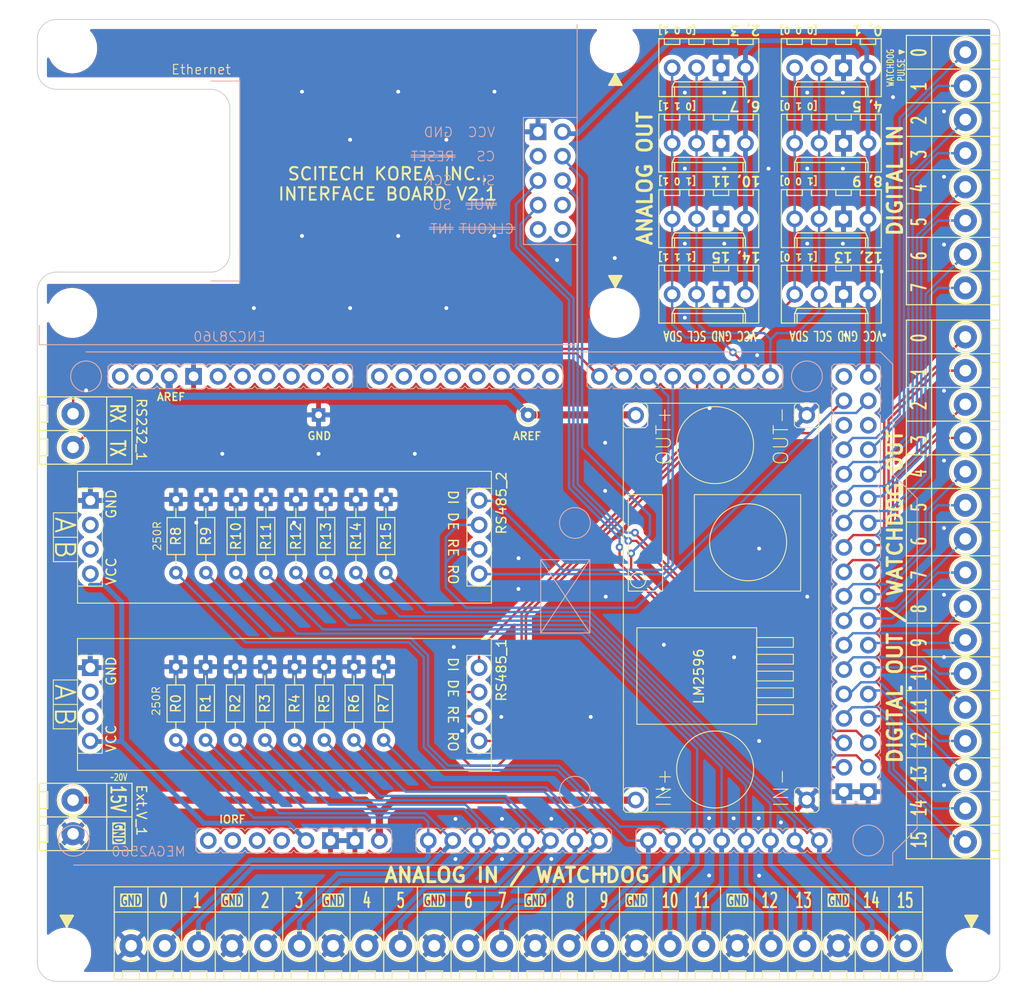
<source format=kicad_pcb>
(kicad_pcb (version 20221018) (generator pcbnew)

  (general
    (thickness 1.6)
  )

  (paper "A4")
  (layers
    (0 "F.Cu" signal)
    (31 "B.Cu" signal)
    (32 "B.Adhes" user "B.Adhesive")
    (33 "F.Adhes" user "F.Adhesive")
    (34 "B.Paste" user)
    (35 "F.Paste" user)
    (36 "B.SilkS" user "B.Silkscreen")
    (37 "F.SilkS" user "F.Silkscreen")
    (38 "B.Mask" user)
    (39 "F.Mask" user)
    (40 "Dwgs.User" user "User.Drawings")
    (41 "Cmts.User" user "User.Comments")
    (42 "Eco1.User" user "User.Eco1")
    (43 "Eco2.User" user "User.Eco2")
    (44 "Edge.Cuts" user)
    (45 "Margin" user)
    (46 "B.CrtYd" user "B.Courtyard")
    (47 "F.CrtYd" user "F.Courtyard")
    (48 "B.Fab" user)
    (49 "F.Fab" user)
    (50 "User.1" user)
    (51 "User.2" user)
    (52 "User.3" user)
    (53 "User.4" user)
    (54 "User.5" user)
    (55 "User.6" user)
    (56 "User.7" user)
    (57 "User.8" user)
    (58 "User.9" user)
  )

  (setup
    (stackup
      (layer "F.SilkS" (type "Top Silk Screen"))
      (layer "F.Paste" (type "Top Solder Paste"))
      (layer "F.Mask" (type "Top Solder Mask") (thickness 0.01))
      (layer "F.Cu" (type "copper") (thickness 0.035))
      (layer "dielectric 1" (type "core") (thickness 1.51) (material "FR4") (epsilon_r 4.5) (loss_tangent 0.02))
      (layer "B.Cu" (type "copper") (thickness 0.035))
      (layer "B.Mask" (type "Bottom Solder Mask") (thickness 0.01))
      (layer "B.Paste" (type "Bottom Solder Paste"))
      (layer "B.SilkS" (type "Bottom Silk Screen"))
      (copper_finish "None")
      (dielectric_constraints no)
    )
    (pad_to_mask_clearance 0)
    (aux_axis_origin 80 160)
    (pcbplotparams
      (layerselection 0x00010fc_ffffffff)
      (plot_on_all_layers_selection 0x0000000_00000000)
      (disableapertmacros false)
      (usegerberextensions false)
      (usegerberattributes true)
      (usegerberadvancedattributes true)
      (creategerberjobfile true)
      (dashed_line_dash_ratio 12.000000)
      (dashed_line_gap_ratio 3.000000)
      (svgprecision 4)
      (plotframeref false)
      (viasonmask false)
      (mode 1)
      (useauxorigin false)
      (hpglpennumber 1)
      (hpglpenspeed 20)
      (hpglpendiameter 15.000000)
      (dxfpolygonmode true)
      (dxfimperialunits true)
      (dxfusepcbnewfont true)
      (psnegative false)
      (psa4output false)
      (plotreference true)
      (plotvalue true)
      (plotinvisibletext false)
      (sketchpadsonfab false)
      (subtractmaskfromsilk false)
      (outputformat 1)
      (mirror false)
      (drillshape 0)
      (scaleselection 1)
      (outputdirectory "gerber/")
    )
  )

  (net 0 "")
  (net 1 "TX1")
  (net 2 "EN_485_1")
  (net 3 "RX1")
  (net 4 "TX2")
  (net 5 "A00")
  (net 6 "A01")
  (net 7 "A02")
  (net 8 "A03")
  (net 9 "A04")
  (net 10 "A05")
  (net 11 "A06")
  (net 12 "A07")
  (net 13 "A08")
  (net 14 "A09")
  (net 15 "A10")
  (net 16 "A11")
  (net 17 "A12")
  (net 18 "A13")
  (net 19 "A14")
  (net 20 "A15")
  (net 21 "VIN")
  (net 22 "AREF")
  (net 23 "GND")
  (net 24 "DO_00")
  (net 25 "DO_01")
  (net 26 "DO_02")
  (net 27 "DO_03")
  (net 28 "DO_04")
  (net 29 "DO_05")
  (net 30 "DO_06")
  (net 31 "DO_07")
  (net 32 "DO_08")
  (net 33 "DO_09")
  (net 34 "DO_10")
  (net 35 "DO_11")
  (net 36 "DO_12")
  (net 37 "DO_13")
  (net 38 "DO_14")
  (net 39 "DO_15")
  (net 40 "DI_00")
  (net 41 "DI_01")
  (net 42 "DI_02")
  (net 43 "DI_03")
  (net 44 "DI_04")
  (net 45 "DI_05")
  (net 46 "DI_06")
  (net 47 "DI_07")
  (net 48 "5V")
  (net 49 "SCL")
  (net 50 "SDA")
  (net 51 "EN_485_2")
  (net 52 "RX2")
  (net 53 "RX3")
  (net 54 "TX3")
  (net 55 "unconnected-(RS485_1-A-Pad6)")
  (net 56 "unconnected-(RS485_1-B-Pad7)")
  (net 57 "unconnected-(RS485_2-A-Pad6)")
  (net 58 "unconnected-(RS485_2-B-Pad7)")
  (net 59 "unconnected-(MEGA2560-PadSDA)")
  (net 60 "unconnected-(MEGA2560-PadSCL)")
  (net 61 "unconnected-(MEGA2560-RESET-PadRST1)")
  (net 62 "unconnected-(MEGA2560-IOREF-PadIORF)")
  (net 63 "MISO")
  (net 64 "MOSI")
  (net 65 "SCK")
  (net 66 "CS")
  (net 67 "unconnected-(MEGA2560-PadD13)")
  (net 68 "unconnected-(MEGA2560-PadD12)")
  (net 69 "unconnected-(MEGA2560-PadD11)")
  (net 70 "unconnected-(MEGA2560-PadD10)")
  (net 71 "unconnected-(MEGA2560-PadD9)")
  (net 72 "unconnected-(MEGA2560-PadD8)")
  (net 73 "unconnected-(MEGA2560-PadD7)")
  (net 74 "unconnected-(MEGA2560-PadD6)")
  (net 75 "unconnected-(MEGA2560-PadD5)")
  (net 76 "unconnected-(MEGA2560-PadD4)")
  (net 77 "unconnected-(MEGA2560-D3_INT1-PadD3)")
  (net 78 "unconnected-(MEGA2560-D2_INT0-PadD2)")
  (net 79 "unconnected-(MEGA2560-D1{slash}TX0-PadD1)")
  (net 80 "unconnected-(MEGA2560-D0{slash}RX0-PadD0)")
  (net 81 "unconnected-(MEGA2560-5V-Pad5V3)")
  (net 82 "unconnected-(MEGA2560-3.3V-Pad3V3)")
  (net 83 "LED_2")
  (net 84 "LED_1")
  (net 85 "unconnected-(ENC28J60-Pin_1-Pad1)")
  (net 86 "unconnected-(ENC28J60-Pin_2-Pad2)")
  (net 87 "unconnected-(ENC28J60-Pin_3-Pad3)")
  (net 88 "unconnected-(ENC28J60-Pin_8-Pad8)")

  (footprint "ScitechKorea:Holder485" (layer "F.Cu") (at 125.9 135 90))

  (footprint "TestPoint:TestPoint_THTPad_D1.5mm_Drill0.7mm" (layer "F.Cu") (at 130.99 101.1073 180))

  (footprint "ScitechKorea:R250" (layer "F.Cu") (at 109.98571 117.51 90))

  (footprint "ScitechKorea:R250" (layer "F.Cu") (at 106.868568 117.51 90))

  (footprint "MountingHole:MountingHole_4mm_Pad" (layer "F.Cu") (at 109.22 101.1073))

  (footprint "ScitechKorea:Terminal_02" (layer "F.Cu") (at 83.71 101.08 -90))

  (footprint "ScitechKorea:R250" (layer "F.Cu") (at 113.102852 117.51 90))

  (footprint "ScitechKorea:Holder485" (layer "F.Cu") (at 125.91 117.62 90))

  (footprint "ScitechKorea:R250" (layer "F.Cu") (at 109.815715 134.91 90))

  (footprint "ScitechKorea:HolderEth_1" (layer "F.Cu") (at 132.0254 90.5))

  (footprint "ScitechKorea:R250" (layer "F.Cu") (at 97.517142 117.51 90))

  (footprint "ScitechKorea:I2C_Socket" (layer "F.Cu") (at 145.96 88.57))

  (footprint "ScitechKorea:ScrewHole" (layer "F.Cu") (at 177 157))

  (footprint "ScitechKorea:Terminal_24" (layer "F.Cu") (at 89.74 156.2875))

  (footprint "ScitechKorea:R250" (layer "F.Cu") (at 115.98429 134.91 90))

  (footprint "ScitechKorea:R250" (layer "F.Cu") (at 94.4 117.51 90))

  (footprint "ScitechKorea:Terminal_16" (layer "F.Cu")
    (tstamp 82ba54e0-d9a3-4eb8-b16f-836390da95cf)
    (at 176.425 145.5 90)
    (property "Sheetfile" "megaPCB.kicad_sch")
    (property "Sheetname" "")
    (property "ki_description" "Generic screw terminal, single row, 01x16, script generated (kicad-library-utils/schlib/autogen/connector/)")
    (property "ki_keywords" "screw terminal")
    (path "/0a22604f-efdc-4349-aaa6-b8dfcb193ce4")
    (attr through_hole)
    (fp_text reference "J2" (at -6.1 -7.9 90 unlocked) (layer "F.SilkS") hide
        (effects (font (size 1 1) (thickness 0.1)))
      (tstamp 35139d77-017b-4936-a9a1-66e6e30b1ba5)
    )
    (fp_text value "Screw_Terminal_01x16" (at -6.1 -6.4 90 unlocked) (layer "F.Fab") hide
        (effects (font (size 1 1) (thickness 0.15)))
      (tstamp 93890ad7-21bd-4a77-93b8-0e8f63e71015)
    )
    (fp_text user "${REFERENCE}" (at -2.8 2.675 90) (layer "F.Fab")
        (effects (font (size 1 1) (thickness 0.15)))
      (tstamp 8269f258-0b3e-4053-9114-db944b6aed70)
    )
    (fp_line (start -1.75 -6.125) (end 54.25 -6.125)
      (stroke (width 0.12) (type solid)) (layer "F.SilkS") (tstamp 9c5f033d-d241-4000-a32f-090f75ffdff6))
    (fp_line (start -1.75 -3.5) (end -1.75 -6.125)
      (stroke (width 0.12) (type solid)) (layer "F.SilkS") (tstamp fa2a6b58-ada3-434c-86e3-235226c9d242))
    (fp_line (start -1.75 -3.5) (end -1.75 3.5)
      (stroke (width 0.12) (type solid)) (layer "F.SilkS") (tstamp f1329992-4e37-4aa2-be6a-064554492d32))
    (fp_line (start -1.75 -3.5) (end 54.25 -3.5)
      (stroke (width 0.12) (type solid)) (layer "F.SilkS") (tstamp 08afdbf9-77c4-4ca3-b46a-fd317d091ac7))
    (fp_line (start -1.75 3.5) (end 54.25 3.5)
      (stroke (width 0.12) (type solid)) (layer "F.SilkS") (tstamp 23e66bb2-a647-48c5-8542-2599a0247bb2))
    (fp_line (start -0.875 2.625) (end 0.875 2.625)
      (stroke (width 0.12) (type solid)) (layer "F.SilkS") (tstamp 7bcad752-1c77-423c-8841-cf588c73dd16))
    (fp_line (start -0.875 3.5) (end -0.875 2.625)
      (stroke (width 0.12) (type solid)) (layer "F.SilkS") (tstamp d8a86204-da31-428a-91a6-d84aa8e06daf))
    (fp_line (start 0.875 2.625) (end 0.875 3.5)
      (stroke (width 0.12) (type solid)) (layer "F.SilkS") (tstamp a94d1be1-5d3e-4478-9b9b-3df263765cc1))
    (fp_line (start 1.75 -6.125) (end 1.75 3.5)
      (stroke (width 0.12) (type solid)) (layer "F.SilkS") (tstamp 39051a52-0297-462a-99a8-cf2cb412fac7))
    (fp_line (start 2.625 2.625) (end 4.375 2.625)
      (stroke (width 0.12) (type solid)) (layer "F.SilkS") (tstamp 41b611a5-cb82-4f6a-a8dd-c4d07dc3d7db))
    (fp_line (start 2.625 3.5) (end 2.625 2.625)
      (stroke (width 0.12) (type solid)) (layer "F.SilkS") (tstamp dd18f381-2044-4e35-bd7a-8858ecab9fb5))
    (fp_line (start 4.375 2.625) (end 4.375 3.5)
      (stroke (width 0.12) (type solid)) (layer "F.SilkS") (tstamp 54f65a5a-ea43-4226-811e-82dac2064cc5))
    (fp_line (start 5.25 -6.125) (end 5.25 3.5)
      (stroke (width 0.12) (type solid)) (layer "F.SilkS") (tstamp 5fd48d34-d535-42a1-9176-5438df76bf51))
    (fp_line (start 6.125 2.625) (end 7.875 2.625)
      (stroke (width 0.12) (type solid)) (layer "F.SilkS") (tstamp 3ef2a0c3-9b14-49a7-ac23-6801ec6d404b))
    (fp_line (start 6.125 3.5) (end 6.125 2.625)
      (stroke (width 0.12) (type solid)) (layer "F.SilkS") (tstamp 03734158-0007-4fca-b6ab-d7c9a78dbad7))
    (fp_line (start 7.875 2.625) (end 7.875 3.5)
      (stroke (width 0.12) (type solid)) (layer "F.SilkS") (tstamp 3ddb5a8d-b4b5-4ef5-b2f1-09bcba19b399))
    (fp_line (start 8.75 -6.125) (end 8.75 3.5)
      (stroke (width 0.12) (type solid)) (layer "F.SilkS") (tstamp e317076b-2557-4fe8-a1ed-a1347e4bf7b7))
    (fp_line (start 9.625 2.625) (end 11.375 2.625)
      (stroke (width 0.12) (type solid)) (layer "F.SilkS") (tstamp d4978c4a-92c1-4dc7-a7b4-5a066d5ef432))
    (fp_line (start 9.625 3.5) (end 9.625 2.625)
      (stroke (width 0.12) (type solid)) (layer "F.SilkS") (tstamp c7b410bc-867a-4697-85a8-55393135f722))
    (fp_line (start 11.375 2.625) (end 11.375 3.5)
      (stroke (width 0.12) (type solid)) (layer "F.SilkS") (tstamp eabd3541-4b7a-4774-bd1a-91098f91bc43))
    (fp_line (start 12.25 -6.125) (end 12.25 3.5)
      (stroke (width 0.12) (type solid)) (layer "F.SilkS") (tstamp 0fa236aa-a9bb-4d98-acb6-eb3f057204c6))
    (fp_line (start 13.125 2.625) (end 14.875 2.625)
      (stroke (width 0.12) (type solid)) (layer "F.SilkS") (tstamp 9daa59bb-fcc1-4689-9df8-6861d7bafa28))
    (fp_line (start 13.125 3.5) (end 13.125 2.625)
      (stroke (width 0.12) (type solid)) (layer "F.SilkS") (tstamp 100d3f62-6421-4fbf-8b48-ae523f4863df))
    (fp_line (start 14.875 2.625) (end 14.875 3.5)
      (stroke (width 0.12) (type solid)) (layer "F.SilkS") (tstamp 5f44dbb4-6745-4f50-94a1-c7f9a7692501))
    (fp_line (start 15.75 -6.125) (end 15.75 3.5)
      (stroke (width 0.12) (type solid)) (layer "F.SilkS") (tstamp c1e67808-6184-4080-b8fc-e4b55592a3bb))
    (fp_line (start 16.625 2.625) (end 18.375 2.625)
      (stroke (width 0.12) (type solid)) (layer "F.SilkS") (tstamp 9c14edec-02ea-4096-841c-4d76e66a6d1b))
    (fp_line (start 16.625 3.5) (end 16.625 2.625)
      (stroke (width 0.12) (type solid)) (layer "F.SilkS") (tstamp d91e5d51-e674-48e2-adbf-54d64b69ba58))
    (fp_line (start 18.375 2.625) (end 18.375 3.5)
      (stroke (width 0.12) (type solid)) (layer "F.SilkS") (tstamp 43bf2c1d-7305-48c8-a2ee-614b71544ad8))
    (fp_line (start 19.25 -6.125) (end 19.25 3.5)
      (stroke (width 0.12) (type solid)) (layer "F.SilkS") (tstamp 5aafc7eb-62af-48f2-9c21-1dfe0d25b4c6))
    (fp_line (start 20.125 2.625) (end 21.875 2.625)
      (stroke (width 0.12) (type solid)) (layer "F.SilkS") (tstamp a4cca183-6c7c-41ec-830b-04b493464aa8))
    (fp_line (start 20.125 3.5) (end 20.125 2.625)
      (stroke (width 0.12) (type solid)) (layer "F.SilkS") (tstamp 839d9fff-93d4-4f9b-83d1-dab7c03c3bfc))
    (fp_line (start 21.875 2.625) (end 21.875 3.5)
      (stroke (width 0.12) (type solid)) (layer "F.SilkS") (tstamp 832a0668-8221-44e1-87af-2382bbcd4538))
    (fp_line (start 22.75 -6.125) (end 22.75 3.5)
      (stroke (width 0.12) (type solid)) (layer "F.SilkS") (tstamp de920423-d1c2-43c2-9d03-2cfc8c22c86f))
    (fp_line (start 23.625 2.625) (end 25.375 2.625)
      (stroke (width 0.12) (type solid)) (layer "F.SilkS") (tstamp e0dab445-9eec-4697-8bde-28cb65a64bb3))
    (fp_line (start 23.625 3.5) (end 23.625 2.625)
      (stroke (width 0.12) (type solid)) (layer "F.SilkS") (tstamp d845520d-a4fb-46b8-9f82-4ba8c38a36ff))
    (fp_line (start 25.375 2.625) (end 25.375 3.5)
      (stroke (width 0.12) (type solid)) (layer "F.SilkS") (tstamp dc883ddd-ee99-439a-a18a-75c980c6ee52))
    (fp_line (start 26.25 -6.125) (end 26.25 3.5)
      (stroke (width 0.12) (type solid)) (layer "F.SilkS") (tstamp c8fc3096-e7c1-4307-92c8-6ff448634727))
    (fp_line (start 27.125 2.625) (end 28.875 2.625)
      (stroke (width 0.12) (type solid)) (layer "F.SilkS") (tstamp 4097f69e-2bd5-412f-9a42-ed32adc2deb6))
    (fp_line (start 27.125 3.5) (end 27.125 2.625)
      (stroke (width 0.12) (type solid)) (layer "F.SilkS") (tstamp b156c731-2857-4292-a096-39d5cde6b472))
    (fp_line (start 28.875 2.625) (end 28.875 3.5)
      (stroke (width 0.12) (type solid)) (layer "F.SilkS") (tstamp 84c688f7-b3d5-430d-b6fa-fde2039f361d))
    (fp_line (start 29.75 -6.125) (end 29.75 3.5)
      (stroke (width 0.12) (type solid)) (layer "F.SilkS") (tstamp 5d4a4e7e-4223-4afa-a2d4-58d36a4f3128))
    (fp_line (start 30.625 2.625) (end 32.375 2.625)
      (stroke (width 0.12) (type solid)) (layer "F.SilkS") (tstamp 869b418d-cf9c-415a-bbca-f6fad4fad2a4))
    (fp_line (start 30.625 3.5) (end 30.625 2.625)
      (stroke (width 0.12) (type solid)) (layer "F.SilkS") (tstamp 247d828d-2ea6-45c5-9e55-ce3612b0f0cc))
    (fp_line (start 32.375 2.625) (end 32.375 3.5)
      (stroke (width 0.12) (type solid)) (layer "F.SilkS") (tstamp dcd7fb77-9231-461a-8acc-a95f314b4bfb))
    (fp_line (start 33.25 -6.125) (end 33.25 2.625)
      (stroke (width 0.12) (type solid)) (layer "F.SilkS") (tstamp ff47d419-5157-4c74-afe8-77da9f644c22))
    (fp_line (start 33.25 2.625) (end 33.25 3.5)
      (stroke (width 0.12) (type solid)) (layer "F.SilkS") (tstamp 338473d0-0455-4e88-aecc-9bc082d26e44))
    (fp_line (start 34.125 2.625) (end 35.875 2.625)
      (stroke (width 0.12) (type solid)) (layer "F.SilkS") (tstamp 45b540ca-6199-4142-861e-562714fef5e7))
    (fp_line (start 34.125 3.5) (end 34.125 2.625)
      (stroke (width 0.12) (type solid)) (layer "F.SilkS") (tstamp aa05f9a2-c1c3-4d93-9cba-5e84f0ae13bf))
    (fp_line (start 35.875 2.625) (end 35.875 3.5)
      (stroke (width 0.12) (type solid)) (layer "F.SilkS") (tstamp a6822e40-10ee-46e7-bcd8-c4939121af94))
    (fp_line (start 36.75 -6.125) (end 36.75 3.5)
      (stroke (width 0.12) (type solid)) (layer "F.SilkS") (tstamp 94d5e88a-4c6a-4786-8949-6e99ec7ba43d))
    (fp_line (start 37.625 2.625) (end 39.375 2.625)
      (stroke (width 0.12) (type solid)) (layer "F.SilkS") (tstamp 7465fb52-1638-4e88-8123-c5605d4b4eed))
    (fp_line (start 37.625 3.5) (end 37.625 2.625)
      (stroke (width 0.12) (type solid)) (layer "F.SilkS") (tstamp f490ef13-9e19-4f75-bdd3-d58e610e16fc))
    (fp_line (start 39.375 2.625) (end 39.375 3.5)
      (stroke (width 0.12) (type solid)) (layer "F.SilkS") (tstamp 124c379f-3596-489e-aaf3-9558ddc43a34))
    (fp_line (start 40.25 -6.125) (end 40.25 3.5)
      (stroke (width 0.12) (type solid)) (layer "F.SilkS") (tstamp 2769c7d6-dd36-423c-98a9-1f4136f2b50c))
    (fp_line (start 41.125 2.625) (end 42.875 2.625)
      (stroke (width 0.12) (type solid)) (layer "F.SilkS") (tstamp ce4a8778-611d-49fa-b67c-51ebc598ba18))
    (fp_line (start 41.125 3.5) (end 41.125 2.625)
      (stroke (width 0.12) (type solid)) (layer "F.SilkS") (tstamp 24b37d74-50ec-49e7-bfc0-2c6535f43ec9))
    (fp_line (start 42.875 2.625) (end 42.875 3.5)
      (stroke (width 0.12) (type solid)) (layer "F.SilkS") (tstamp 1da8847e-7d75-4496-9436-5d3602261fa2))
    (fp_line (start 43.75 -6.125) (end 43.75 3.5)
      (stroke (width 0.12) (type solid)) (layer "F.SilkS") (tstamp d5b4ffe8-4352-4008-9e7f-f26a303ed51b))
    (fp_line (start 44.625 2.625) (end 46.375 2.625)
      (stroke (width 0.12) (type solid)) (layer "F.SilkS") (tstamp e7e23770-005d-4a23-90e5-313a99a7ced7))
    (fp_line (start 44.625 3.5) (end 44.625 2.625)
      (stroke (width 0.12) (type solid)) (layer "F.SilkS") (tstamp b2a80f35-14d9-4492-a310-4ffaf2bab03f))
    (fp_line (start 46.375 2.625) (end 46.375 3.5)
      (stroke (width 0.12) (type solid)) (layer "F.SilkS") (tstamp ad71e2e2-002a-4767-a604-9ff80be10e30))
    (fp_line (start 47.25 -6.125) (end 47.25 3.5)
      (stroke (width 0.12) (type solid)) (layer "F.SilkS") (tstamp a08a2bd5-329d-42c2-95f3-3f1ef234894c))
    (fp_line (start 48.125 2.625) (end 49.875 2.625)
      (stroke (width 0.12) (type solid)) (layer "F.SilkS") (tstamp 5afa3da2-16a3-48fb-af80-244ee313faf1))
    (fp_line (start 48.125 3.5) (end 48.125 2.625)
      (stroke (width 0.12) (type solid)) (layer "F.SilkS") (tstamp 5d1090ba-14cb-4b14-b19e-7bd00c30843e))
    (fp_line (start 49.875 2.625) (end 49.875 3.5)
      (stroke (width 0.12) (type solid)) (layer "F.SilkS") (tstamp aac39643-3e1f-41fe-ae9f-0c3f4ff1f7aa))
    (fp_line (start 50.75 -6.125) (end 50.75 3.5)
      (stroke (width 0.12) (type solid)) (layer "F.SilkS") (tstamp 4ef3c708-98fa-4e56-9f1a-38f5cf6827a8))
    (fp_line (start 51.625 2.625) (end 53.375 2.625)
      (stroke (width 0.12) (type solid)) (layer "F.SilkS") (tstamp 41c5a88a-eedf-4247-857b-c0c7dd78860b))
    (fp_line (start 51.625 3.5) (end 51.625 2.625)
      (stroke (width 0.12) (type solid)) (layer "F.SilkS") (tstamp fb8b4ab5-ad2b-4253-8fdb-4301eb34ed3d))
    (fp_line (start 53.375 2.625) (end 53.375 3.5)
      (stroke (width 0.12) (type solid)) (layer "F.SilkS") (tstamp 7d30b97c-2b05-43bb-b1f3-2aaeb86c5654))
    (fp_line (start 54.25 -6.125) (end 54.25 -3.5)
      (stroke (width 0.12) (type solid)) (layer "F.SilkS") (tstamp 0c9725be-1871-42f2-8589-f67095bcb3e7))
    (fp_line (start 54.25 -3.5) (end 54.25 3.5)
      (stroke (width 0.12) (type solid)) (layer "F.SilkS") (tstamp e31b8b4a-8d54-4218-85c0-ef7d3321d5da))
    (fp_circle (center 0 0.0056) (end 1.555 0.0056)
      (stroke (width 0.12) (type solid)) (fill none) (layer "F.SilkS") (tstamp 82c82b69-b45a-4f78-955e-a57d0a43f427))
    (fp_circle (center 3.5 0) (end 5.055 0)
      (stroke (width 0.12) (type solid)) (fill none) (layer "F.SilkS") (tstamp cd9eee93-0c34-4e66-b426-5e8835b2b909))
    (fp_circle (center 7 0) (end 8.555 0)
      (stroke (width 0.12) (type solid)) (fill none) (layer "F.SilkS") (tstamp 1227902c-32b3-4fc2-b7a1-1479471a8285))
    (fp_circle (center 10.5 0) (end 12.055 0)
      (stroke (width 0.12) (type solid)) (fill none) (layer "F.SilkS") (tstamp 6a56f6b2-a6ea-48e0-a5e5-a8de2ee17645))
    (fp_circle (center 14 0) (end 15.555 0)
      (stroke (width 0.12) (type solid)) (fill none) (layer "F.SilkS") (tstamp 4d9b7b41-f46e-4b83-a22a-0c48357d4435))
    (fp_circle (center 17.5 0) (end 19.055 0)
      (stroke (width 0.12) (type solid)) (fill none) (layer "F.SilkS") (tstamp 1be20118-1c88-4c09-9bde-ec56484dbfc1))
    (fp_circle (center 21 0) (end 22.555 0)
      (stroke (width 0.12) (type solid)) (fill none) (layer "F.SilkS") (tstamp 76829dd2-5d7c-4871-af5d-53f76ae39fe8))
    (fp_circle (center 24.5 0) (end 26.055 0)
      (stroke (width 0.12) (type solid)) (fill none) (layer "F.SilkS") (tstamp d9aacc38-4527-421d-a299-430d02c21138))
    (fp_circle (center 28 0) (end 29.555 0)
      (stroke (width 0.12) (type solid)) (fill none) (layer "F.SilkS") (tstamp d6eb423d-e7ba-4f71-985d-d2c21ab73c2d))
    (fp_circle (center 31.5 0) (end 33.055 0)
      (stroke (width 0.12) (type solid)) (fill none) (layer "F.SilkS") (tstamp b4c43937-dd61-4086-b550-f27dc809c55c))
    (fp_circle (center 35 0) (end 36.555 0)
      (stroke (width 0.12) (type solid)) (fill none) (layer "F.SilkS") (tstamp bcfd142b-d010-444b-8f74-7941f4521956))
    (fp_circle (center 38.5 0) (end 40.055 0)
      (stroke (width 0.12) (type solid)) (fill none) (layer "F.SilkS") (tstamp f9aa4e51-e847-4499-8c2c-502d3cea0c04))
    (fp_circle (center 42 0) (end 43.555 0)
      (stroke (width 0.12) (type solid)) (fill none) (layer "F.SilkS") (tstamp 7bb68415-ecbb-4646-91f6-9f5d43e53b60))
    (fp_circle (center 45.5 0) (end 47.055 0)
      (stroke (width 0.12) (type solid)) (fill none) (layer "F.SilkS") (tstamp d2a58fad-a36f-453b-9d16-4a4d0c18a5af))
    (fp_circle (center 49 0) (end 50.555 0)
      (stroke (width 0.12) (type solid)) (fill none) (layer "F.SilkS") (tstamp 8b2c6d71-0d89-4be4-919d-a063f8c3ed3a))
    (fp_circle (center 52.5 0) (end 54.055 0)
      (stroke (width 0.12) (type solid)) (fill none) (layer "F.SilkS") (tstamp 364f19b8-72c7-4cac-a70f-ee4c97f34821))
    (fp_line (start -1.85 -3.6) (end -1.85 3.6)
      (stroke (width 0.05) (type solid)) (layer "F.CrtYd") (tstamp 7cbf74ee-4acb-412f-8cad-5904fa163fde))
    (fp_line (start -1.85 3.6) (end 54.35 3.6)
      (stroke (width 0.05) (type solid)) (layer "F.CrtYd") (tstamp ac5f3a83-af8d-4a57-9f19-9f6a5176ac2f))
    (fp_line (start 54.35 -3.6) (end -1.85 -3.6)
      (stroke (width 0.05) (type solid)) (layer "F.CrtYd") (tstamp 3aebe942-7822-4582-aada-dd8f741085e8))
    (fp_line (start 54.35 3.6) (end 54.35 -3.6)
      (stroke (width 0.05) (type solid)) (layer "F.CrtYd") (tstamp 3bf6c1b1-65c7-4269-bca7-47d735440d74))
    (fp_line (start -1.7 -3.4) (end 54.2 -3.4)
      (stroke (width 0.1) (type solid)) (layer "F.Fab") (tstamp f5d54fd2-cd8d-4507-aa4b-4e07619ce1c1))
    (fp_line (start -1.7 3.4) (end -1.7 -3.4)
      (stroke (width 0.1) (type solid)) (layer "F.Fab") (tstamp 97cbe4d4-3a8a-45ae-87fe-02f2ac5d4c1b))
    (fp_line (start -1.7 3.4) (end 54.2 3.4)
      (stroke (width 0.1) (type solid)) (layer "F.Fab") (tstamp bfe3873e-0fb4-40b2-b7bd-d752391d8f69))
    (fp_line (start -1.1 -0.069) (end -0.069 -0.069)
      (stroke (width 0.1) (type solid)) (layer "F.Fab") (tstamp b4e4de86-a2e5-4225-9cbe-494d0e2b870e))
    (fp_line (start -1.1 0.069) (end -1.1 -0.069)
      (stroke (width 0.1) (type solid)) (layer "F.Fab") (tstamp 62fb1aed-8be9-4abd-99ec-7d8ca3de9985))
    (fp_line (start -0.069 -1.1) (end 0.069 -1.1)
      (stroke (width 0.1) (type solid)) (layer "F.Fab") (tstamp 344d5b70-16c9-4576-affa-9ae96d921365))
    (fp_line (start -0.069 -0.069) (end -0.069 -1.1)
      (stroke (width 0.1) (type solid)) (layer "F.Fab") (tstamp 62fdf183-6c57-4814-b188-13d289a8ecdd))
    (fp_line (start -0.069 0.069) (end -1.1 0.069)
      (stroke (width 0.1) (type solid)) (layer "F.Fab") (tstamp 1c6c1a2c-8528-4b3c-af93-7015f83ddd17))
    (fp_line (start -0.069 1.1) (end -0.069 0.069)
      (stroke (width 0.1) (type solid)) (layer "F.Fab") (tstamp e88a8d31-86ee-481f-ac94-2b08cdc013ef))
    (fp_line (start 0.069 -1.1) (end 0.069 -0.069)
      (stroke (width 0.1) (type solid)) (layer "F.Fab") (tstamp ca1d2f86-d6f8-48b3-80ea-fc75d4bf8c6d))
    (fp_line (start 0.069 -0.069) (end 1.1 -0.069)
      (stroke (width 0.1) (type solid)) (layer "F.Fab") (tstamp eef2fb05-93ad-4320-9ea8-b4ea14f3fbb1))
    (fp_line (start 0.069 0.069) (end 0.069 1.1)
      (stroke (width 0.1) (type solid)) (layer "F.Fab") (tstamp 7abfddb5-2868-4284-954c-141d7337aa41))
    (fp_line (start 0.069 1.1) (end -0.069 1.1)
      (stroke (width 0.1) (type solid)) (layer "F.Fab") (tstamp 30e0aa1d-dac7-485c-acd5-79661c5dd3e4))
    (fp_line (start 1.1 -0.069) (end 1.1 0.069)
      (stroke (width 0.1) (type solid)) (layer "F.Fab") (tstamp c012df61-b10d-4ca9-8d04-2d2dc7f4de50))
    (fp_line (start 1.1 0.069) (end 0.069 0.069)
      (stroke (width 0.1) (type solid)) (layer "F.Fab") (tstamp 2c41d123-54c1-489b-acd7-bbf2160cad7b))
    (fp_line (start 2.4 -0.069) (end 3.431 -0.069)
      (stroke (width 0.1) (type solid)) (layer "F.Fab") (tstamp d1ed4a6f-e04e-4bae-9de4-99aee704eafb))
    (fp_line (start 2.4 0.069) (end 2.4 -0.069)
      (stroke (width 0.1) (type solid)) (layer "F.Fab") (tstamp 828552fe-e919-4ffc-b6bc-78ab4c227a1a))
    (fp_line (start 3.431 -1.1) (end 3.569 -1.1)
      (stroke (width 0.1) (type solid)) (layer "F.Fab") (tstamp 98982534-21f8-4208-a059-d65d6a05db88))
    (fp_line (start 3.431 -0.069) (end 3.431 -1.1)
      (stroke (width 0.1) (type solid)) (layer "F.Fab") (tstamp 74eeed57-9d61-4ddc-92a2-a33b5817cde7))
    (fp_line (start 3.431 0.069) (end 2.4 0.069)
      (stroke (width 0.1) (type solid)) (layer "F.Fab") (tstamp d4d879a1-cbda-41e6-9168-cf7d2ce27991))
    (fp_line (start 3.431 1.1) (end 3.431 0.069)
      (stroke (width 0.1) (type solid)) (layer "F.Fab") (tstamp 04432a53-045a-4111-9961-0fbb5a53e199))
    (fp_line (start 3.569 -1.1) (end 3.569 -0.069)
      (stroke (width 0.1) (type solid)) (layer "F.Fab") (tstamp fabea8af-2c1f-4026-a69b-ca9b9a659970))
    (fp_line (start 3.569 -0.069) (end 4.6 -0.069)
      (stroke (width 0.1) (type solid)) (layer "F.Fab") (tstamp 7e30e610-d068-477c-9ee8-34221ea7b378))
    (fp_line (start 3.569 0.069) (end 3.569 1.1)
      (stroke (width 0.1) (type solid)) (layer "F.Fab") (tstamp 2007175b-0d63-4680-8345-8ddf9d0eb40b))
    (fp_line (start 3.569 1.1) (end 3.431 1.1)
      (stroke (width 0.1) (type solid)) (layer "F.Fab") (tstamp b5774d88-bde0-4a01-8781-dc0c001af9ef))
    (fp_line (start 4.6 -0.069) (end 4.6 0.069)
      (stroke (width 0.1) (type solid)) (layer "F.Fab") (tstamp 55e5f508-e5ab-4b04-ad51-408dd898e075))
    (fp_line (start 4.6 0.069) (end 3.569 0.069)
      (stroke (width 0.1) (type solid)) (layer "F.Fab") (tstamp 4adc73f0-4cf8-4875-bba3-27c23a802d5a))
    (fp_line (start 5.9 -0.069) (end 6.931 -0.069)
      (stroke (width 0.1) (type solid)) (layer "F.Fab") (tstamp f66473c3-18fa-4b9c-8745-a5bf1bbd658a))
    (fp_line (start 5.9 0.069) (end 5.9 -0.069)
      (stroke (width 0.1) (type solid)) (layer "F.Fab") (tstamp 0c4e5d5d-e4d3-4b04-a45a-83fdd0a3f021))
    (fp_line (start 6.931 -1.1) (end 7.069 -1.1)
      (stroke (width 0.1) (type solid)) (layer "F.Fab") (tstamp 5210df8d-f3df-4677-831a-ed8c0554329a))
    (fp_line (start 6.931 -0.069) (end 6.931 -1.1)
      (stroke (width 0.1) (type solid)) (layer "F.Fab") (tstamp 51791ff4-0bd5-4533-9f6e-da00407211d3))
    (fp_line (start 6.931 0.069) (end 5.9 0.069)
      (stroke (width 0.1) (type solid)) (layer "F.Fab") (tstamp 26a3db4a-e96e-4723-8a81-9b22de359164))
    (fp_line (start 6.931 1.1) (end 6.931 0.069)
      (stroke (width 0.1) (type solid)) (layer "F.Fab") (tstamp f136981d-db64-49c7-a745-8d965fd0084f))
    (fp_line (start 7.069 -1.1) (end 7.069 -0.069)
      (stroke (width 0.1) (type solid)) (layer "F.Fab") (tstamp 30e15d00-5020-4238-ab54-9e2549a42295))
    (fp_line (start 7.069 -0.069) (end 8.1 -0.069)
      (stroke (width 0.1) (type solid)) (layer "F.Fab") (tstamp 2ac7d418-8128-45a5-a65f-ea10f4d1fc39))
    (fp_line (start 7.069 0.069) (end 7.069 1.1)
      (stroke (width 0.1) (type solid)) (layer "F.Fab") (tstamp 15169e7a-8122-47b8-868c-c2eafeca90f4))
    (fp_line (start 7.069 1.1) (end 6.931 1.1)
      (stroke (width 0.1) (type solid)) (layer "F.Fab") (tstamp df034f3c-5e8b-4850-865d-6fb9779fa1dc))
    (fp_line (start 8.1 -0.069) (end 8.1 0.069)
      (stroke (width 0.1) (type solid)) (layer "F.Fab") (tstamp 7ae13ec9-7b4d-45cb-8820-1729ac9a35ae))
    (fp_line (start 8.1 0.069) (end 7.069 0.069)
      (stroke (width 0.1) (type solid)) (layer "F.Fab") (tstamp 09297288-786f-41ec-8110-a7d55ef0b763))
    (fp_line (start 9.4 -0.069) (end 10.431 -0.069)
      (stroke (width 0.1) (type solid)) (layer "F.Fab") (tstamp b6c366c0-ae27-4b30-8f12-cfa9987f8a90))
    (fp_line (start 9.4 0.069) (end 9.4 -0.069)
      (stroke (width 0.1) (type solid)) (layer "F.Fab") (tstamp 29ca131d-5a9c-484e-af87-66fa59b77b0d))
    (fp_line (start 10.431 -1.1) (end 10.569 -1.1)
      (stroke (width 0.1) (type solid)) (layer "F.Fab") (tstamp 85f864f2-1d3f-44d7-aa97-6633dd1ba3e7))
    (fp_line (start 10.431 -0.069) (end 10.431 -1.1)
      (stroke (width 0.1) (type solid)) (layer "F.Fab") (tstamp 3c685ade-c92d-4744-8b9e-93f58bd72d56))
    (fp_line (start 10.431 0.069) (end 9.4 0.069)
      (stroke (width 0.1) (type solid)) (layer "F.Fab") (tstamp ce9d147d-474a-4e44-8c3b-aefe2a53b62c))
    (fp_line (start 10.431 1.1) (end 10.431 0.069)
      (stroke (width 0.1) (type solid)) (layer "F.Fab") (tstamp ded5a838-79b0-4649-b773-14ca651e1862))
    (fp_line (start 10.569 -1.1) (end 10.569 -0.069)
      (stroke (width 0.1) (type solid)) (layer "F.Fab") (tstamp 0bc2f808-08ec-44db-960f-e00452c752e9))
    (fp_line (start 10.569 -0.069) (end 11.6 -0.069)
      (stroke (width 0.1) (type solid)) (layer "F.Fab") (tstamp 071ac2a5-fdbd-4bed-87bd-fa4c98d2d229))
    (fp_line (start 10.569 0.069) (end 10.569 1.1)
      (stroke (width 0.1) (type solid)) (layer "F.Fab") (tstamp 74ce4bc5-e051-400e-976c-c1fcfe383a25))
    (fp_line (start 10.569 1.1) (end 10.431 1.1)
      (stroke (width 0.1) (type solid)) (layer "F.Fab") (tstamp 99274825-6e7d-4cad-8284-ea80750913ec))
    (fp_line (start 11.6 -0.069) (end 11.6 0.069)
      (stroke (width 0.1) (type solid)) (layer "F.Fab") (tstamp ed7aa672-a7c0-4fd2-bdb7-769554b0b8fb))
    (fp_line (start 11.6 0.069) (end 10.569 0.069)
      (stroke (width 0.1) (type solid)) (layer "F.Fab") (tstamp da788187-9073-4bd8-bf2f-c98ec315aeb5))
    (fp_line (start 12.9 -0.069) (end 13.931 -0.069)
      (stroke (width 0.1) (type solid)) (layer "F.Fab") (tstamp 8820c61d-c410-40c4-a16e-9a68d0991dde))
    (fp_line (start 12.9 0.069) (end 12.9 -0.069)
      (stroke (width 0.1) (type solid)) (layer "F.Fab") (tstamp f4ae155b-b3b6-4b83-abf7-c5d834449c1b))
    (fp_line (start 13.931 -1.1) (end 14.069 -1.1)
      (stroke (width 0.1) (type solid)) (layer "F.Fab") (tstamp 051ab3ca-2c4f-401f-8f0f-54929cd69b7f))
    (fp_line (start 13.931 -0.069) (end 13.931 -1.1)
      (stroke (width 0.1) (type solid)) (layer "F.Fab") (tstamp e09e8ebc-952e-4ded-967d-bab9a5b90828))
    (fp_line (start 13.931 0.069) (end 12.9 0.069)
      (stroke (width 0.1) (type solid)) (layer "F.Fab") (tstamp 31cd4a6c-a87e-4241-8de2-e1516550e297))
    (fp_line (start 13.931 1.1) (end 13.931 0.069)
      (stroke (width 0.1) (type solid)) (layer "F.Fab") (tstamp 434cb87a-c73c-4462-bdad-6bf845c35aa5))
    (fp_line (start 14.069 -1.1) (end 14.069 -0.069)
      (stroke (width 0.1) (type solid)) (layer "F.Fab") (tstamp 6f3b8372-15df-4786-b460-e92c0eb37a4f))
    (fp_line (start 14.069 -0.069) (end 15.1 -0.069)
      (stroke (width 0.1) (type solid)) (layer "F.Fab") (tstamp dba0313d-7333-4cf7-af12-64d8cc298b68))
    (fp_line (start 14.069 0.069) (end 14.069 1.1)
      (stroke (width 0.1) (type solid)) (layer "F.Fab") (tstamp fa17762a-ad83-476b-97ff-cc06a079d7ee))
    (fp_line (start 14.069 1.1) (end 13.931 1.1)
      (stroke (width 0.1) (type solid)) (layer "F.Fab") (tstamp 533c1721-a252-4d39-8059-7a0d2999a944))
    (fp_line (start 15.1 -0.069) (end 15.1 0.069)
      (stroke (width 0.1) (type solid)) (layer "F.Fab") (tstamp 557448ea-4c9f-4c6c-a917-36e54b1b43e5))
    (fp_line (start 15.1 0.069) (end 14.069 0.069)
      (stroke (width 0.1) (type solid)) (layer "F.Fab") (tstamp e007e509-708b-4d11-a175-238fa18877fa))
    (fp_line (start 16.4 -0.069) (end 17.431 -0.069)
      (stroke (width 0.1) (type solid)) (layer "F.Fab") (tstamp 0ac0edd7-dd11-4821-be63-8f2c8f028d97))
    (fp_line (start 16.4 0.069) (end 16.4 -0.069)
      (stroke (width 0.1) (type solid)) (layer "F.Fab") (tstamp 128e208a-a527-4ecb-91d8-29961e61263a))
    (fp_line (start 17.431 -1.1) (end 17.569 -1.1)
      (stroke (width 0.1) (type solid)) (layer "F.Fab") (tstamp 730f52c4-08ee-47ba-ac7a-e9206b35100a))
    (fp_line (start 17.431 -0.069) (end 17.431 -1.1)
      (stroke (width 0.1) (type solid)) (layer "F.Fab") (tstamp 5103b0c8-95e1-4893-8328-a66e0a15cf5c))
    (fp_line (start 17.431 0.069) (end 16.4 0.069)
      (stroke (width 0.1) (type solid)) (layer "F.Fab") (tstamp 0dc2a7ce-2ae6-495d-b7af-b4f29268a166))
    (fp_line (start 17.431 1.1) (end 17.431 0.069)
      (stroke (width 0.1) (type solid)) (layer "F.Fab") (tstamp 055b4d7c-f131-4867-abfa-869815824281))
    (fp_line (start 17.569 -1.1) (end 17.569 -0.069)
      (stroke (width 0.1) (type solid)) (layer "F.Fab") (tstamp 07227782-b49d-4976-9ae3-794e6ea16c14))
    (fp_line (start 17.569 -0.069) (end 18.6 -0.069)
      (stroke (width 0.1) (type solid)) (layer "F.Fab") (tstamp 101547ea-5e20-417e-994a-b5c368e682ee))
    (fp_line (start 17.569 0.069) (end 17.569 1.1)
      (stroke (width 0.1) (type solid)) (layer "F.Fab") (tstamp b694ccb9-81cb-408e-90cd-a273c9b2af10))
    (fp_line (start 17.569 1.1) (end 17.431 1.1)
      (stroke (width 0.1) (type solid)) (layer "F.Fab") (tstamp a26174f5-3bd0-428c-a392-ff880ef6bca3))
    (fp_line (start 18.6 -0.069) (end 18.6 0.069)
      (stroke (width 0.1) (type solid)) (layer "F.Fab") (tstamp 04b96f20-58a6-4975-a67d-96477a2c27e1))
    (fp_line (start 18.6 0.069) (end 17.569 0.069)
      (stroke (width 0.1) (type solid)) (layer "F.Fab") (tstamp 2906807b-e90c-4fbb-9b45-6443a61981d1))
    (fp_line (start 19.9 -0.069) (end 20.931 -0.069)
      (stroke (width 0.1) (type solid)) (layer "F.Fab") (tstamp 4a7f41aa-bb1c-42b1-a770-a2c8dc46a99f))
    (fp_line (start 19.9 0.069) (end 19.9 -0.069)
      (stroke (width 0.1) (type solid)) (layer "F.Fab") (tstamp 0e783e7e-4b40-4244-8c26-57282b52f47a))
    (fp_line (start 20.931 -1.1) (end 21.069 -1.1)
      (stroke (width 0.1) (type solid)) (layer "F.Fab") (tstamp a386418f-6d4a-4802-b72a-75e5e1590c9b))
    (fp_line (start 20.931 -0.069) (end 20.931 -1.1)
      (stroke (width 0.1) (type solid)) (layer "F.Fab") (tstamp 421c0d6f-3a80-4b6c-a548-c7b0e3df338f))
    (fp_line (start 20.931 0.069) (end 19.9 0.069)
      (stroke (width 0.1) (type solid)) (layer "F.Fab") (tstamp 4cd8bca2-7b3a-42b5-84bc-e4bc6b7551bb))
    (fp_line (start 20.931 1.1) (end 20.931 0.069)
      (stroke (width 0.1) (type solid)) (layer "F.Fab") (tstamp 33613e61-da23-4c31-9034-428304038cc9))
    (fp_line (start 21.069 -1.1) (end 21.069 -0.069)
      (stroke (width 0.1) (type solid)) (layer "F.Fab") (tstamp bf519f78-4830-4eac-a4b1-45170716290e))
    (fp_line (start 21.069 -0.069) (end 22.1 -0.069)
      (stroke (width 0.1) (type solid)) (layer "F.Fab") (tstamp 7c8d156c-5b3f-4573-bf17-8a1cbb1389f3))
    (fp_line (start 21.069 0.069) (end 21.069 1.1)
      (stroke (width 0.1) (type solid)) (layer "F.Fab") (tstamp eabf9200-3650-45c3-9961-6f44557c0bc7))
    (fp_line (start 21.069 1.1) (end 20.931 1.1)
      (stroke (width 0.1) (type solid)) (layer "F.Fab") (tstamp 4f0e4d8b-2f2a-4acd-9048-946917d6abf6))
    (fp_line (start 22.1 -0.069) (end 22.1 0.069)
      (stroke (width 0.1) (type solid)) (layer "F.Fab") (tstamp 19a17652-5080-4622-b78b-3198c4c9ca93))
    (fp_line (start 22.1 0.069) (end 21.069 0.069)
      (stroke (width 0.1) (type solid)) (layer "F.Fab") (tstamp 4d18f635-9620-4164-9b14-14a28f1c5da5))
    (fp_line (start 23.4 -0.069) (end 24.431 -0.069)
      (stroke (width 0.1) (type solid)) (layer "F.Fab") (tstamp 902b7560-201a-46b6-8513-cf4c2104f0f3))
    (fp_line (start 23.4 0.069) (end 23.4 -0.069)
      (stroke (width 0.1) (type solid)) (layer "F.Fab") (tstamp 39db401e-447b-4541-9617-74c8427b2476))
    (fp_line (start 24.431 -1.1) (end 24.569 -1.1)
      (stroke (width 0.1) (type solid)) (layer "F.Fab") (tstamp af7db955-1e3e-4a00-b905-f5c782c9296b))
    (fp_line (start 24.431 -0.069) (end 24.431 -1.1)
      (stroke (width 0.1) (type solid)) (layer "F.Fab") (tstamp 0d0b311e-5a60-4cfa-ae91-bd9a8131b2e2))
    (fp_line (start 24.431 0.069) (end 23.4 0.069)
      (stroke (width 0.1) (type solid)) (layer "F.Fab") (tstamp 27f3d77b-c0e3-4ff8-86db-8f86c6fff26b))
    (fp_line (start 24.431 1.1) (end 24.431 0.069)
      (stroke (width 0.1) (type solid)) (layer "F.Fab") (tstamp 74ae198a-59ec-4725-b148-fada2f6eb228))
    (fp_line (start 24.569 -1.1) (end 24.569 -0.069)
      (stroke (width 0.1) (type solid)) (layer "F.Fab") (tstamp dc6ba8f3-35b0-4937-a2de-0adfe00e68b0))
    (fp_line (start 24.569 -0.069) (end 25.6 -0.069)
      (stroke (width 0.1) (type solid)) (layer "F.Fab") (tstamp e2824ad5-47b7-4ef9-af65-57708d0e7a1f))
    (fp_line (start 24.569 0.069) (end 24.569 1.1)
      (stroke (width 0.1) (type solid)) (layer "F.Fab") (tstamp 63a0b93f-ecd2-498b-85ee-c576678721ea))
    (fp_line (start 24.569 1.1) (end 24.431 1.1)
      (stroke (width 0.1) (type solid)) (layer "F.Fab") (tstamp 8d59dea5-5622-45f8-a131-19bd6d11afd3))
    (fp_line (start 25.6 -0.069) (end 25.6 0.069)
      (stroke (width 0.1) (type solid)) (layer "F.Fab") (tstamp 12409d0c-ecd7-4e06-9005-6e0128740d81))
    (fp_line (start 25.6 0.069) (end 24.569 0.069)
      (stroke (width 0.1) (type solid)) (layer "F.Fab") (tstamp 1dc782d9-69e6-4ddc-b605-3a51223e84a6))
    (fp_line (start 26.9 -0.069) (end 27.931 -0.069)
      (stroke (width 0.1) (type solid)) (layer "F.Fab") (tstamp 765df3f5-0324-4e3e-8f63-da453c4134cb))
    (fp_line (start 26.9 0.069) (end 26.9 -0.069)
      (stroke (width 0.1) (type solid)) (layer "F.Fab") (tstamp c4658965-bf18-47a3-bff5-59974a9e667b))
    (fp_line (start 27.931 -1.1) (end 28.069 -1.1)
      (stroke (width 0.1) (type solid)) (layer "F.Fab") (tstamp 76c6b04e-2521-45b5-86ee-594cf3f09031))
    (fp_line (start 27.931 -0.069) (end 27.931 -1.1)
      (stroke (width 0.1) (type solid)) (layer "F.Fab") (tstamp 73290e39-1b4e-4a2e-98ed-bb079df90786))
    (fp_line (start 27.931 0.069) (end 26.9 0.069)
      (stroke (width 0.1) (type solid)) (layer "F.Fab") (tstamp 58cfce9f-64bb-4ec0-a715-5442642d4cff))
    (fp_line (start 27.931 1.1) (end 27.931 0.069)
      (stroke (width 0.1) (type solid)) (layer "F.Fab") (tstamp 1f07bbb8-d014-48de-b613-f854fc69ca1d))
    (fp_line (start 28.069 -1.1) (end 28.069 -0.069)
      (stroke (width 0.1) (type solid)) (layer "F.Fab") (tstamp d25408dd-aa90-48c9-be19-267248876e43))
    (fp_line (start 28.069 -0.069) (end 29.1 -0.069)
      (stroke (width 0.1) (type solid)) (layer "F.Fab") (tstamp b9769712-2871-41b5-9e4a-84d357a63bf2))
    (fp_line (start 28.069 0.069) (end 28.069 1.1)
      (stroke (width 0.1) (type solid)) (layer "F.Fab") (tstamp 23e85cd0-eb69-4e28-a346-db421cc8bdf1))
    (fp_line (start 28.069 1.1) (end 27.931 1.1)
      (stroke (width 0.1) (type solid)) (layer "F.Fab") (tstamp 5764849b-5f5b-478b-813a-316547f3832d))
    (fp_line (start 29.1 -0.069) (end 29.1 0.069)
      (stroke (width 0.1) (type solid)) (layer "F.Fab") (tstamp 5cb7445a-71bf-4446-ad07-a8f97df829de))
    (fp_line (start 29.1 0.069) (end 28.069 0.069)
      (stroke (width 0.1) (type solid)) (layer "F.Fab") (tstamp ca7b174b-5e64-45f2-a4e8-706aa0401be4))
    (fp_line (start 30.4 -0.069) (end 31.431 -0.069)
      (stroke (width 0.1) (type solid)) (layer "F.Fab") (tstamp 79273c6f-7760-495d-9165-e1e8b7304c35))
    (fp_line (start 30.4 0.069) (end 30.4 -0.069)
      (stroke (width 0.1) (type solid)) (layer "F.Fab") (tstamp 0cf17127-f30e-4bc0-b516-68889b6c432c))
    (fp_line (start 31.431 -1.1) (end 31.569 -1.1)
      (stroke (width 0.1) (type solid)) (layer "F.Fab") (tstamp cc0cacd2-1cd0-4716-b034-0eecab5598b3))
    (fp_line (start 31.431 -0.069) (end 31.431 -1.1)
      (stroke (width 0.1) (type solid)) (layer "F.Fab") (tstamp fe57cfd2-0514-46cd-a0db-d3cb403f838d))
    (fp_line (start 31.431 0.069) (end 30.4 0.069)
      (stroke (width 0.1) (type solid)) (layer "F.Fab") (tstamp 59d8807f-2e5e-4311-b290-83849b3fa131))
    (fp_line (start 31.431 1.1) (end 31.431 0.069)
      (stroke (width 0.1) (type solid)) (layer "F.Fab") (tstamp bafbc8c7-0b04-423a-8708-bcd436c0df5e))
    (fp_line (start 31.569 -1.1) (end 31.569 -0.069)
      (stroke (width 0.1) (type solid)) (layer "F.Fab") (tstamp 3b8c5c47-52a9-46ba-aee4-9afd256e7a29))
    (fp_line (start 31.569 -0.069) (end 32.6 -0.069)
      (stroke (width 0.1) (type solid)) (layer "F.Fab") (tstamp 5163db8a-fe7c-4f62-9995-82ea61cf3434))
    (fp_line (start 31.569 0.069) (end 31.569 1.1)
      (stroke (width 0.1) (type solid)) (layer "F.Fab") (tstamp 642d7691-4a26-4356-bb2f-ef75f254eebe))
    (fp_line (start 31.569 1.1) (end 31.431 1.1)
      (stroke (width 0.1) (type solid)) (layer "F.Fab") (tstamp 9133c852-2ec3-4e83-ad30-38218b0049e2))
    (fp_line (start 32.6 -0.069) (end 32.6 0.069)
      (stroke (width 0.1) (type solid)) (layer "F.Fab") (tstamp 4fcffc4a-8687-43c8-9bb4-04e315af1dd8))
    (fp_line (start 32.6 0.069) (end 31.569 0.069)
      (stroke (width 0.1) (type solid)) (layer "F.Fab") (tstamp c9013389-59b1-4af5-b10d-ff22f9e9bb92))
    (fp_line (start 33.9 -0.069) (end 34.931 -0.069)
      (stroke (width 0.1) (type solid)) (layer "F.Fab") (tstamp d9fa6311-eef7-4ac6-9262-95c806385e7f))
    (fp_line (start 33.9 0.069) (end 33.9 -0.069)
      (stroke (width 0.1) (type solid)) (layer "F.Fab") (tstamp b3f8cdfc-fdb4-4538-b0ed-577e448ff019))
    (fp_line (start 34.931 -1.1) (end 35.069 -1.1)
      (stroke (width 0.1) (type solid)) (layer "F.Fab") (tstamp 9d563b7c-bc77-467f-afe3-6814d9bef1e4))
    (fp_line (start 34.931 -0.069) (end 34.931 -1.1)
      (stroke (width 0.1) (type solid)) (layer "F.Fab") (tstamp ee786acf-de96-4984-9ddc-09f72427438e))
    (fp_line (start 34.931 0.069) (end 33.9 0.069)
      (stroke (width 0.1) (type solid)) (layer "F.Fab") (tstamp bb80e536-747e-4ab1-8d1a-498a85207650))
    (fp_line (start 34.931 1.1) (end 34.931 0.069)
      (stroke (width 0.1) (type solid)) (layer "F.Fab") (tstamp 31aeaa83-a06a-4c0f-9fac-f0da09a47e6e))
    (fp_line (start 35.069 -1.1) (end 35.069 -0.069)
      (stroke (width 0.1) (type solid)) (layer "F.Fab") (tstamp b8c5f79f-e2c0-4c83-bc86-2cb4ae9ee99f))
    (fp_line (start 35.069 -0.069) (end 36.1 -0.069)
      (stroke (width 0.1) (type solid)) (layer "F.Fab") (tstamp 7fd3e6aa-634f-4155-b35e-d5857ce15735))
    (fp_line (start 35.069 0.069) (end 35.069 1.1)
      (stroke (width 0.1) (type solid)) (layer "F.Fab") (tstamp 0126a7b0-c4c1-44d8-a1d1-925bc45df19d))
    (fp_line (start 35.069 1.1) (end 34.931 1.1)
      (stroke (width 0.1) (type solid)) (layer "F.Fab") (tstamp db4cb785-4e19-4881-9656-acde585d9f81))
    (fp_line (start 36.1 -0.069) (end 36.1 0.069)
      (stroke (width 0.1) (type solid)) (layer "F.Fab") (tstamp 5fc9d8dc-2c85-4d42-8af6-6318cc80c5a6))
    (fp_line (start 36.1 0.069) (end 35.069 0.069)
      (stroke (width 0.1) (type solid)) (layer "F.Fab") (tstamp 3aba1385-e74a-4c62-801d-4e2d3eb68238))
    (fp_line (start 37.4 -0.069) (end 38.431 -0.069)
      (stroke (width 0.1) (type solid)) (layer "F.Fab") (tstamp ca765c2e-f4a7-428e-bb2d-48880a5dc94f))
    (fp_line (start 37.4 0.069) (end 37.4 -0.069)
      (stroke (width 0.1) (type solid)) (layer "F.Fab") (tstamp 8874ad99-86e9-48b0-b31a-1e22ec152ef0))
    (fp_line (start 38.431 -1.1) (end 38.569 -1.1)
      (stroke (width 0.1) (type solid)) (layer "F.Fab") (tstamp c884df84-3ec6-4a74-ad14-bb700ba70799))
    (fp_line (start 38.431 -0.069) (end 38.431 -1.1)
      (stroke (width 0.1) (type solid)) (layer "F.Fab") (tstamp 9f5ab654-e86c-467b-9068-3b25b49699a1))
    (fp_line (start 38.431 0.069) (end 37.4 0.069)
      (stroke (width 0.1) (type solid)) (layer "F.Fab") (tstamp a4905ebc-7ba9-40d0-956f-d6121dc04e2f))
    (fp_line (start 38.431 1.1) (end 38.431 0.069)
      (stroke (width 0.1) (type solid)) (layer "F.Fab") (tstamp 9505a06a-ee91-4480-a590-27a6b706bea6))
    (fp_line (start 38.569 -1.1) (end 38.569 -0.069)
      (stroke (width 0.1) (type solid)) (layer "F.Fab") (tstamp 93a33969-539b-4f04-8126-bf68a1603468))
    (fp_line (start 38.569 -0.069) (end 39.6 -0.069)
      (stroke (width 0.1) (type solid)) (layer "F.Fab") (tstamp 4346b038-33d6-4308-9947-26deb754c8ad))
    (fp_line (start 38.569 0.069) (end 38.569 1.1)
      (stroke (width 0.1) (type solid)) (layer "F.Fab") (tstamp 933114f1-f3f3-437b-be02-b116cb5815e2))
    (fp_line (start 38.569 1.1) (end 38.431 1.1)
      (stroke (width 0.1) (type solid)) (layer "F.Fab") (tstamp 5b0a1e6f-adb2-42a1-a17b-59a392b03d05))
    (fp_line (start 39.6 -0.069) (end 39.6 0.069)
      (stroke (width 0.1) (type solid)) (layer "F.Fab") (tstamp a84875cf-a0ad-4868-adc1-68d356988888))
    (fp_line (start 39.6 0.069) (end 38.569 0.069)
      (stroke (width 0.1) (type solid)) (layer "F.Fab") (tstamp 1fd87b58-9d75-42c9-ad23-713ee99ed3c3))
    (fp_line (start 40.9 -0.069) (end 41.931 -0.069)
      (stroke (width 0.1) (type solid)) (layer "F.Fab") (tstamp 4febcd71-8715-4ec1-8406-db5f81e67959))
    (fp_line (start 40.9 0.069) (end 40.9 -0.069)
      (stroke (width 0.1) (type solid)) (layer "F.Fab") (tstamp 5aaedf5f-5363-4593-8f41-4caf908fcf74))
    (fp_line (start 41.931 -1.1) (end 42.069 -1.1)
      (stroke (width 0.1) (type solid)) (layer "F.Fab") (tstamp 73ecb7e4-8bd0-49e1-a3a6-490a54c82acc))
    (fp_line (start 41.931 -0.069) (end 41.931 -1.1)
      (stroke (width 0.1) (type solid)) (layer "F.Fab") (tstamp a39dd337-ab0f-4975-a87f-eb79fc7752f3))
    (fp_line (start 41.931 0.069) (end 40.9 0.069)
      (stroke (width 0.1) (type solid)) (layer "F.Fab") (tstamp 1a368d90-ff40-4f89-820b-cdbab10e14b9))
    (fp_line (start 41.931 1.1) (end 41.931 0.069)
      (stroke (width 0.1) (type solid)) (layer "F.Fab") (tstamp 35fc4762-181a-47ec-93a3-3c98c1f90eed))
    (fp_line (start 42.069 -1.1) (end 42.069 -0.069)
      (stroke (width 0.1) (type solid)) (layer "F.Fab") (tstamp ed568adb-6dfb-4ae2-9e5d-17a923107c6e))
    (fp_line (start 42.069 -0.069) (end 43.1 -0.069)
      (stroke (width 0.1) (type solid)) (layer "F.Fab") (tstamp 769f8335-606e-40df-95e9-5077b4e49775))
    (fp_line (start 42.069 0.069) (end 42.069 1.1)
      (stroke (width 0.1) (type solid)) (layer "F.Fab") (tstamp 73e9e6db-4414-4f40-8106-42969e2dbac7))
    (fp_line (start 42.069 1.1) (end 41.931 1.1)
      (stroke (width 0.1) (type solid)) (layer "F.Fab") (tstamp eedbb3ed-9783-4cf7-af77-6d8f31c427ec))
    (fp_line (start 43.1 -0.069) (end 43.1 0.069)
      (stroke (width 0.1) (type solid)) (layer "F.Fab") (tstamp f186508e-6a64-4684-a32d-18a13ade9bb4))
    (fp_line (start 43.1 0.069) (end 42.069 0.069)
      (stroke (width 0.1) (type solid)) (layer "F.Fab") (tstamp deb57881-05b1-47b7-9e30-936d11038199))
    (fp_line (start 44.4 -0.069) (end 45.431 -0.069)
      (stroke (width 0.1) (type solid)) (layer "F.Fab") (tstamp fa2500be-8cb3-43f5-8ca8-38e0c7bffaf9))
    (fp_line (start 44.4 0.069) (end 44.4 -0.069)
      (stroke (width 0.1) (type solid)) (layer "F.Fab") (tstamp a82ed83e-37aa-4926-9d70-04665f2bd9dc))
    (fp_line (start 45.431 -1.1) (end 45.569 -1.1)
      (stroke (width 0.1) (type solid)) (layer "F.Fab") (tstamp e32f4cc9-8791-4a09-a4e0-f98d1e0920d2))
    (fp_line (start 45.431 -0.069) (end 45.431 -1.1)
      (stroke (width 0.1) (type solid)) (layer "F.Fab") (tstamp 888c8d5b-892f-47f2-b77f-513b421b4e79))
    (fp_line (start 45.431 0.069) (end 44.4 0.069)
      (stroke (width 0.1) (type solid)) (layer "F.Fab") (tstamp 109a5d51-d4c4-4fa1-93e4-115a0709da5a))
    (fp_line (start 45.431 1.1) (end 45.431 0.069)
      (stroke (width 0.1) (type solid)) (layer "F.Fab") (tstamp a7723cc7-6f6b-402a-9247-96b8d4ea0918))
    (fp_line (start 45.569 -1.1) (end 45.569 -0.069)
      (stroke (width 0.1) (type solid)) (layer "F.Fab") (tstamp 14e525ab-7a39-4233-bcb7-0040881435a2))
    (fp_line (start 45.569 -0.069) (end 46.6 -0.069)
      (stroke (width 0.1) (type solid)) (layer "F.Fab") (tstamp 8b33e92d-336a-465b-8953-2eac3bb1c8c1))
    (fp_line (start 45.569 0.069) (end 45.569 1.1)
      (stroke (width 0.1) (type solid)) (layer "F.Fab") (tstamp 00de39fc-07a2-4c46-90de-cd179e1f1510))
    (fp_line (start 45.569 1.1) (end 45.431 1.1)
      (stroke (width 0.1) (type solid)) (layer "F.Fab") (tstamp 9a0444ab-fa90-4bd4-b36f-2af615747911))
    (fp_line (start 46.6 -0.069) (end 46.6 0.069)
      (stroke (width 0.1) (type solid)) (layer "F.Fab") (tstamp b5594530-cd24-424e-990e-a8973d1dfd83))
    (fp_line (start 46.6 0.069) (end 45.569 0.069)
      (stroke (width 0.1) (type solid)) (layer "F.Fab") (tstamp 490cc94b-b4a7-49b6-a9d9-6bd2ee228a69))
    (fp_line (start 47.9 -0.069) (end 48.931 -0.069)
      (stroke (width 0.1) (type solid)) (layer "F.Fab") (tstamp 43dfab68-174a-49e2-b8d4-7e9461b84e9d))
    (fp_line (start 47.9 0.069) (end 47.9 -0.069)
      (stroke (width 0.1) (type solid)) (layer "F.Fab") (tstamp 080c2b83-6f38-407c-822a-60fcf75fde6c))
    (fp_line (start 48.931 -1.1) (end 49.069 -1.1)
      (stroke (width 0.1) (type solid)) (layer "F.Fab") (tstamp 5cace38f-18c8-4fca-8ed0-a0519535f951))
    (fp_line (start 48.931 -0.069) (end 48.931 -1.1)
      (stroke (width 0.1) (type solid)) (layer "F.Fab") (tstamp 061c7040-902c-4574-91ff-fe13eba827c7))
    (fp_line (start 48.931 0.069) (end 47.9 0.069)
      (stroke (width 0.1) (type solid)) (layer "F.Fab") (tstamp 2d3e0019-2989-4201-86eb-6b0cf29d956f))
    (fp_line (start 48.931 1.1) (end 48.931 0.069)
      (stroke (width 0.1) (type solid)) (layer "F.Fab") (tstamp a24fc678-ced1-4ec1-a564-d1e067213023))
    (fp_line (start 49.069 -1.1) (end 49.069 -0.069)
      (stroke (width 0.1) (type solid)) (layer "F.Fab") (tstamp 35c02b16-b5fa-45f1-8de4-2a3646c256d1))
    (fp_line (start 49.069 -0.069) (end 50.1 -0.069)
      (stroke (width 0.1) (type solid)) (layer "F.Fab") (tstamp c15ee517-033a-459f-8de1-3df571e41959))
    (fp_line (start 49.069 0.069) (end 49.069 1.1)
      (stroke (width 0.1) (type solid)) (layer "F.Fab") (tstamp fbdd98c5-565c-4634-981a-f8615b352422))
    (fp_line (start 49.069 1.1) (end 48.931 1.1)
      (stroke (width 0.1) (type solid)) (layer "F.Fab") (tstamp 07826287-14c3-486f-9bd0-d76b7b8118e0))
    (fp_line (start 50.1 -0.069) (end 50.1 0.069)
      (stroke (width 0.1) (type solid)) (layer "F.Fab") (tstamp 5187bc91-65c9-4aff-ae83-1881695660bc))
    (fp_line (start 50.1 0.069) (end 49.069 0.069)
      (stroke (width 0.1) (type solid)) (layer "F.Fab") (tstamp e9aef893-6bb9-48bc-8567-e39c8d0994d5))
    (fp_line (start 51.4 -0.069) (end 52.431 -0.069)
      (stroke (width 0.1) (type solid)) (layer "F.Fab") (tstamp ee0b576c-c647-48ab-916b-b45742b292c9))
    (fp_line (start 51.4 0.069) (end 51.4 -0.069)
      (stroke (width 0.1) (type solid)) (layer "F.Fab") (tstamp 1a572902-1bd9-4948-87c9-0250bc51d4be))
    (fp_line (start 52.431 -1.1) (end 52.569 -1.1)
      (stroke (width 0.1) (type solid)) (layer "F.Fab") (tstamp a60da325-1faf-4703-a79d-d76ce75b2538))
    (fp_line (start 52.431 -0.069) (end 52.431 -1.1)
      (stroke (width 0.1) (type solid)) (layer "F.Fab") (tstamp 9a832f9a-5dbe-4ba8-a8cd-df8c496d1fa1))
    (fp_line (start 52.431 0.069) (end 51.4 0.069)
      (stroke (width 0.1) (type solid)) (layer "F.Fab") (tstamp 33ee2b18-52da-4b20-8c62-619320470e40))
    (fp_line (start 52.431 1.1) (end 52.431 0.069)
      (stroke (width 0.1) (type solid)) (layer "F.Fab") (tstamp 2933891c-f6a9-42e9-ae68-60dbdbfff82c))
    (fp_line (start 52.569 -1.1) (end 52.569 -0.069)
      (stroke (width 0.1) (type solid)) (layer "F.Fab") (tstamp 8414838a-89e8-4f8f-bcad-299593f7d732))
    (fp_line (start 52.569 -0.069) (end 53.6 -0.069)
      (stroke (width 0.1) (type solid)) (layer "F.Fab") (tstamp 6176fb7c-bc58-4694-a095-614f0f99a2aa))
    (fp_line (start 52.569 0.069) (end 52.569 1.1)
      (stroke (width 0.1) (type solid)) (layer "F.Fab") (tstamp cbef0d6f-76a8-4db4-be75-115d271f5701))
    (fp_line (start 52.569 1.1) (end 52.431 1.1)
      (stroke (width 0.1) (type solid)) (layer "F.Fab") (tstamp 7c467e37-bbec-42fe-ac86-eea7f08e0036))
    (fp_line (start 53.6 -0.069) (end 53.6 0.069)
      (stroke (width 0.1) (type solid)) (layer "F.Fab") (tstamp 8dfa6ed0-d1bb-4e37-9a60-93b00503e64d))
    (fp_line (start 53.6 0.069) (end 52.569 0.069)
      (stroke (width 0.1) (type solid)) (layer "F.Fab") (tstamp a889fcf3-6dce-4870-bdab-9d1e5c96c3f2))
    (fp_line (start 54.2 -3.4) (end 54.2 3.4)
      (stroke (width 0.1) (type solid)) (layer "F.Fab") (tstamp bc6a6bf4-f6f8-4b60-81ec-3a4d5a227c08))
    (fp_circle (center 0 0) (end 1.375 0)
      (stroke (width 0.1) (type solid)) (fill none) (layer "F.Fab") (tstamp bc7fc921-5980-4d3f-8d1d-02b5b6a6302f))
    (fp_circle (center 3.5 0) (end 4.875 0)
      (stroke (width 0.1) (type solid)) (fill none) (layer "F.Fab") (tstamp edad71b1-2343-4d7b-907e-6de35b29690a))
    (fp_circle (center 7 0) (end 8.375 0)
      (stroke (width 0.1) (type solid)) (fill none) (layer "F.Fab") (tstamp 1b38de30-96af-4f2d-a8bf-1290740c7a16))
    (fp_circle (center 10.5 0) (end 11.875 0)
      (stroke (width 0.1) (type solid)) (fill none) (layer "F.Fab") (tstamp f58d5a81-c589-4f1e-9049-58ed3d0d4740))
    (fp_circle (center 14 0) (end 15.375 0)
      (stroke (width 0.1) (type solid)) (fill none) (layer "F.Fab") (tstamp 894fc6bf-b24b-4782-a158-798f977747ad))
    (fp_circle (center 17.5 0) (end 18.875 0)
      (stroke (width 0.1) (type solid)) (fill none) (layer "F.Fab") (tstamp 811c85b8-d873-42fb-85a8-6f9ade2441ef))
    (fp_circle (center 21 0) (end 22.375 0)
      (stroke (width 0.1) (type solid)) (fill none) (layer "F.Fab") (tstamp c0a93326-8d4c-4c1d-9424-7d7a594c2dd1))
    (fp_circle (center 24.5 0) (end 25.875 0)
      (stroke (width 0.1) (type solid)) (fill none) (layer "F.Fab") (tstamp 068949ba-940a-4f4e-952b-6593d9c803e1))
    (fp_circle (center 28 0) (end 29.375 0)
      (stroke (width 0.1) (type solid)) (fill none) (layer "F.Fab") (tstamp 33373c56-a0b6-4df2-b095-7b5748871d73))
    (fp_circle (center 31.5 0) (end 32.875 0)
      (stro
... [1302183 chars truncated]
</source>
